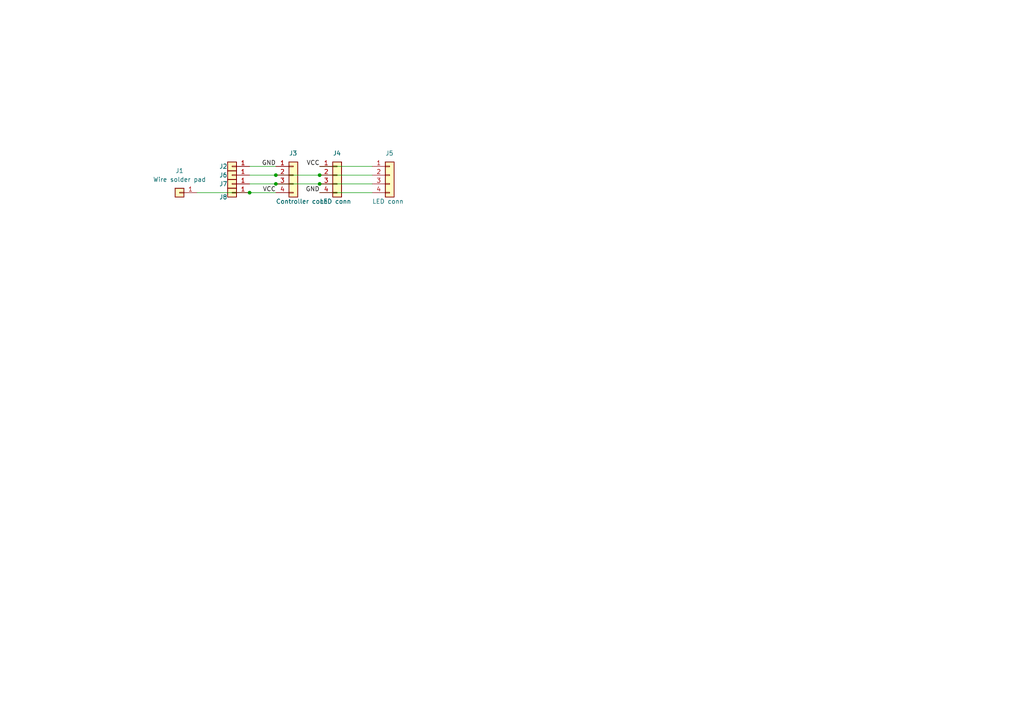
<source format=kicad_sch>
(kicad_sch (version 20211123) (generator eeschema)
  (paper "A4")
  (lib_symbols
    (symbol "Connector_Generic:Conn_01x01" (pin_names (offset 1.016) hide)
      (property "Reference" "J" (at 0 2.54 0))
      (property "Value" "Conn_01x01" (at 0 -2.54 0))
      (symbol "Conn_01x01_1_1"
        (rectangle (start -1.27 0.127) (end 0 -0.127) (stroke (width 0.1524)))
        (rectangle (start -1.27 1.27) (end 1.27 -1.27) (stroke (width 0.254)) (fill (type background)))
        (pin passive line (at -5.08 0 0) (length 3.81) (name "Pin_1") (number "1"))
      )
    )
    (symbol "Connector_Generic:Conn_01x04" (pin_names (offset 1.016) hide)
      (property "Reference" "J" (at 0 5.08 0))
      (property "Value" "Conn_01x04" (at 0 -7.62 0))
      (symbol "Conn_01x04_1_1"
        (rectangle (start -1.27 -4.953) (end 0 -5.207) (stroke (width 0.1524)))
        (rectangle (start -1.27 -2.413) (end 0 -2.667) (stroke (width 0.1524)))
        (rectangle (start -1.27 0.127) (end 0 -0.127) (stroke (width 0.1524)))
        (rectangle (start -1.27 2.667) (end 0 2.413) (stroke (width 0.1524)))
        (rectangle (start -1.27 3.81) (end 1.27 -6.35) (stroke (width 0.254)) (fill (type background)))
        (pin passive line (at -5.08 2.54 0) (length 3.81) (name "Pin_1") (number "1"))
        (pin passive line (at -5.08 0 0) (length 3.81) (name "Pin_2") (number "2"))
        (pin passive line (at -5.08 -2.54 0) (length 3.81) (name "Pin_3") (number "3"))
        (pin passive line (at -5.08 -5.08 0) (length 3.81) (name "Pin_4") (number "4"))
      )
    )
  )
  (junction (at 80.01 53.34))
  (junction (at 72.39 55.88))
  (junction (at 80.01 50.8))
  (junction (at 92.71 53.34))
  (junction (at 92.71 50.8))
  (wire (pts (xy 57.15 55.88) (xy 72.39 55.88)))
  (wire (pts (xy 92.71 48.26) (xy 107.95 48.26)))
  (wire (pts (xy 72.39 50.8) (xy 80.01 50.8)))
  (wire (pts (xy 80.01 53.34) (xy 92.71 53.34)))
  (wire (pts (xy 72.39 48.26) (xy 80.01 48.26)))
  (wire (pts (xy 92.71 50.8) (xy 107.95 50.8)))
  (wire (pts (xy 92.71 55.88) (xy 107.95 55.88)))
  (wire (pts (xy 80.01 50.8) (xy 92.71 50.8)))
  (wire (pts (xy 72.39 55.88) (xy 80.01 55.88)))
  (wire (pts (xy 92.71 53.34) (xy 107.95 53.34)))
  (wire (pts (xy 72.39 53.34) (xy 80.01 53.34)))
  (label "VCC" (at 80.01 55.88 180))
  (label "GND" (at 80.01 48.26 180))
  (label "VCC" (at 92.71 48.26 180))
  (label "GND" (at 92.71 55.88 180))
  (symbol (lib_id "Connector_Generic:Conn_01x01") (at 67.31 53.34 180) (unit 1)
    (property "Reference" "J7" (at 64.77 53.34 0))
    (property "Value" "Conn_01x01" (effects hide))
    (property "Footprint" "shurik-personal:connector-1p-generic-1.2mm-nosilk" (effects hide))
  )
  (symbol (lib_id "Connector_Generic:Conn_01x01") (at 67.31 50.8 180) (unit 1)
    (property "Reference" "J6" (at 64.77 50.8 0))
    (property "Value" "Conn_01x01" (effects hide))
    (property "Footprint" "shurik-personal:connector-1p-generic-1.2mm-nosilk" (effects hide))
  )
  (symbol (lib_id "Connector_Generic:Conn_01x04") (at 97.79 50.8 0) (unit 1)
    (property "Reference" "J4" (at 96.52 44.45 0) (effects (justify left)))
    (property "Value" "LED conn" (at 92.71 58.42 0) (effects (justify left)))
    (property "Footprint" "Shurik:connector-4p-generic-nosilk" (effects hide))
  )
  (symbol (lib_id "Connector_Generic:Conn_01x04") (at 113.03 50.8 0) (unit 1)
    (property "Reference" "J5" (at 111.76 44.45 0) (effects (justify left)))
    (property "Value" "LED conn" (at 107.95 58.42 0) (effects (justify left)))
    (property "Footprint" "Shurik:connector-4p-generic-nosilk" (effects hide))
  )
  (symbol (lib_id "Connector_Generic:Conn_01x01") (at 52.07 55.88 180) (unit 1)
    (property "Reference" "J1" (at 52.07 49.53 0))
    (property "Value" "Wire solder pad" (at 52.07 52.07 0))
    (property "Footprint" "TestPoint:TestPoint_Plated_Hole_D2.0mm" (effects hide))
  )
  (symbol (lib_id "Connector_Generic:Conn_01x01") (at 67.31 55.88 180) (unit 1)
    (property "Reference" "J8" (at 64.77 57.15 0))
    (property "Value" "Conn_01x01" (effects hide))
    (property "Footprint" "shurik-personal:connector-1p-generic-1.2mm-nosilk" (effects hide))
  )
  (symbol (lib_id "Connector_Generic:Conn_01x04") (at 85.09 50.8 0) (unit 1)
    (property "Reference" "J3" (at 83.82 44.45 0) (effects (justify left)))
    (property "Value" "Controller conn" (at 80.01 58.42 0) (effects (justify left)))
    (property "Footprint" "Shurik:connector-4p-generic-nosilk" (effects hide))
  )
  (symbol (lib_id "Connector_Generic:Conn_01x01") (at 67.31 48.26 180) (unit 1)
    (property "Reference" "J2" (at 64.77 48.26 0))
    (property "Value" "Conn_01x01" (effects hide))
    (property "Footprint" "shurik-personal:connector-1p-generic-1.2mm-nosilk" (effects hide))
  )
)
</source>
